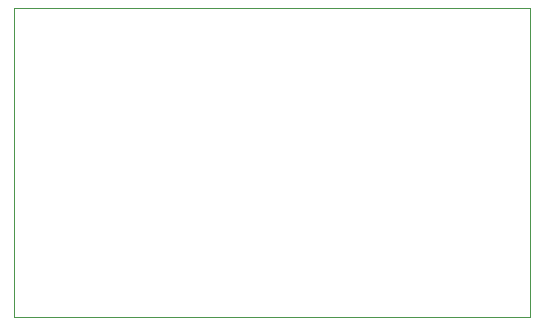
<source format=gbr>
%TF.GenerationSoftware,KiCad,Pcbnew,(6.0.9)*%
%TF.CreationDate,2022-12-09T23:33:34-05:00*%
%TF.ProjectId,ESP8266_Count,45535038-3236-4365-9f43-6f756e742e6b,v1*%
%TF.SameCoordinates,Original*%
%TF.FileFunction,Profile,NP*%
%FSLAX46Y46*%
G04 Gerber Fmt 4.6, Leading zero omitted, Abs format (unit mm)*
G04 Created by KiCad (PCBNEW (6.0.9)) date 2022-12-09 23:33:34*
%MOMM*%
%LPD*%
G01*
G04 APERTURE LIST*
%TA.AperFunction,Profile*%
%ADD10C,0.100000*%
%TD*%
G04 APERTURE END LIST*
D10*
X109950000Y-85000000D02*
X109950000Y-58900000D01*
X153700000Y-58900000D02*
X153700000Y-85000000D01*
X109950000Y-58900000D02*
X153700000Y-58900000D01*
X153700000Y-85000000D02*
X109950000Y-85000000D01*
M02*

</source>
